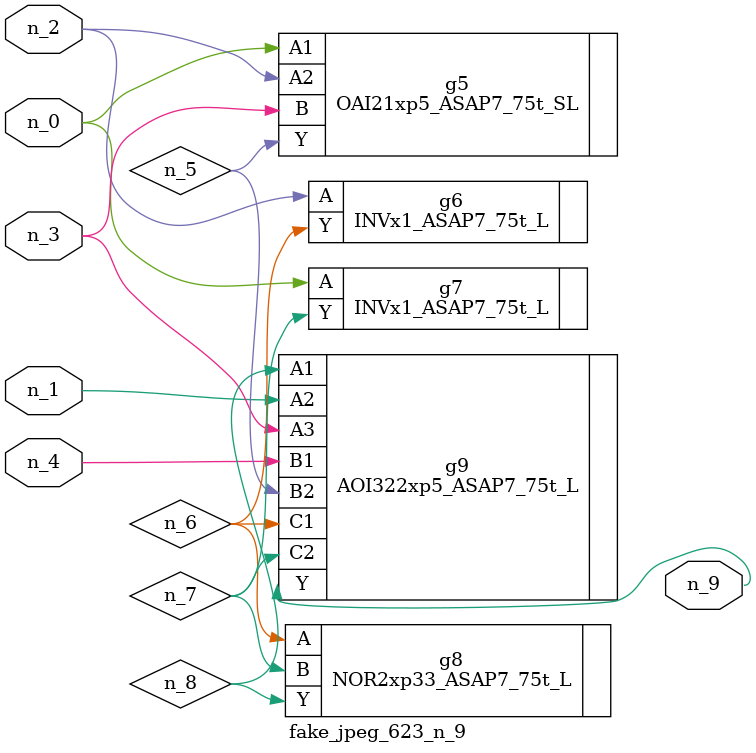
<source format=v>
module fake_jpeg_623_n_9 (n_3, n_2, n_1, n_0, n_4, n_9);

input n_3;
input n_2;
input n_1;
input n_0;
input n_4;

output n_9;

wire n_8;
wire n_6;
wire n_5;
wire n_7;

OAI21xp5_ASAP7_75t_SL g5 ( 
.A1(n_0),
.A2(n_2),
.B(n_3),
.Y(n_5)
);

INVx1_ASAP7_75t_L g6 ( 
.A(n_2),
.Y(n_6)
);

INVx1_ASAP7_75t_L g7 ( 
.A(n_0),
.Y(n_7)
);

NOR2xp33_ASAP7_75t_L g8 ( 
.A(n_6),
.B(n_7),
.Y(n_8)
);

AOI322xp5_ASAP7_75t_L g9 ( 
.A1(n_8),
.A2(n_1),
.A3(n_3),
.B1(n_4),
.B2(n_5),
.C1(n_6),
.C2(n_7),
.Y(n_9)
);


endmodule
</source>
